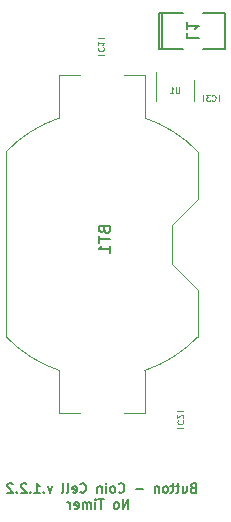
<source format=gbr>
G04 #@! TF.GenerationSoftware,KiCad,Pcbnew,(5.1.9)-1*
G04 #@! TF.CreationDate,2021-03-01T14:21:52+01:00*
G04 #@! TF.ProjectId,button_v1.2.2_Coin_Cell,62757474-6f6e-45f7-9631-2e322e325f43,rev?*
G04 #@! TF.SameCoordinates,Original*
G04 #@! TF.FileFunction,Legend,Bot*
G04 #@! TF.FilePolarity,Positive*
%FSLAX46Y46*%
G04 Gerber Fmt 4.6, Leading zero omitted, Abs format (unit mm)*
G04 Created by KiCad (PCBNEW (5.1.9)-1) date 2021-03-01 14:21:52*
%MOMM*%
%LPD*%
G01*
G04 APERTURE LIST*
%ADD10C,0.150000*%
%ADD11C,0.120000*%
%ADD12C,0.125000*%
G04 APERTURE END LIST*
D10*
X133470000Y-99382857D02*
X133355714Y-99420952D01*
X133317619Y-99459047D01*
X133279523Y-99535238D01*
X133279523Y-99649523D01*
X133317619Y-99725714D01*
X133355714Y-99763809D01*
X133431904Y-99801904D01*
X133736666Y-99801904D01*
X133736666Y-99001904D01*
X133470000Y-99001904D01*
X133393809Y-99040000D01*
X133355714Y-99078095D01*
X133317619Y-99154285D01*
X133317619Y-99230476D01*
X133355714Y-99306666D01*
X133393809Y-99344761D01*
X133470000Y-99382857D01*
X133736666Y-99382857D01*
X132593809Y-99268571D02*
X132593809Y-99801904D01*
X132936666Y-99268571D02*
X132936666Y-99687619D01*
X132898571Y-99763809D01*
X132822380Y-99801904D01*
X132708095Y-99801904D01*
X132631904Y-99763809D01*
X132593809Y-99725714D01*
X132327142Y-99268571D02*
X132022380Y-99268571D01*
X132212857Y-99001904D02*
X132212857Y-99687619D01*
X132174761Y-99763809D01*
X132098571Y-99801904D01*
X132022380Y-99801904D01*
X131870000Y-99268571D02*
X131565238Y-99268571D01*
X131755714Y-99001904D02*
X131755714Y-99687619D01*
X131717619Y-99763809D01*
X131641428Y-99801904D01*
X131565238Y-99801904D01*
X131184285Y-99801904D02*
X131260476Y-99763809D01*
X131298571Y-99725714D01*
X131336666Y-99649523D01*
X131336666Y-99420952D01*
X131298571Y-99344761D01*
X131260476Y-99306666D01*
X131184285Y-99268571D01*
X131070000Y-99268571D01*
X130993809Y-99306666D01*
X130955714Y-99344761D01*
X130917619Y-99420952D01*
X130917619Y-99649523D01*
X130955714Y-99725714D01*
X130993809Y-99763809D01*
X131070000Y-99801904D01*
X131184285Y-99801904D01*
X130574761Y-99268571D02*
X130574761Y-99801904D01*
X130574761Y-99344761D02*
X130536666Y-99306666D01*
X130460476Y-99268571D01*
X130346190Y-99268571D01*
X130270000Y-99306666D01*
X130231904Y-99382857D01*
X130231904Y-99801904D01*
X129241428Y-99497142D02*
X128631904Y-99497142D01*
X127184285Y-99725714D02*
X127222380Y-99763809D01*
X127336666Y-99801904D01*
X127412857Y-99801904D01*
X127527142Y-99763809D01*
X127603333Y-99687619D01*
X127641428Y-99611428D01*
X127679523Y-99459047D01*
X127679523Y-99344761D01*
X127641428Y-99192380D01*
X127603333Y-99116190D01*
X127527142Y-99040000D01*
X127412857Y-99001904D01*
X127336666Y-99001904D01*
X127222380Y-99040000D01*
X127184285Y-99078095D01*
X126727142Y-99801904D02*
X126803333Y-99763809D01*
X126841428Y-99725714D01*
X126879523Y-99649523D01*
X126879523Y-99420952D01*
X126841428Y-99344761D01*
X126803333Y-99306666D01*
X126727142Y-99268571D01*
X126612857Y-99268571D01*
X126536666Y-99306666D01*
X126498571Y-99344761D01*
X126460476Y-99420952D01*
X126460476Y-99649523D01*
X126498571Y-99725714D01*
X126536666Y-99763809D01*
X126612857Y-99801904D01*
X126727142Y-99801904D01*
X126117619Y-99801904D02*
X126117619Y-99268571D01*
X126117619Y-99001904D02*
X126155714Y-99040000D01*
X126117619Y-99078095D01*
X126079523Y-99040000D01*
X126117619Y-99001904D01*
X126117619Y-99078095D01*
X125736666Y-99268571D02*
X125736666Y-99801904D01*
X125736666Y-99344761D02*
X125698571Y-99306666D01*
X125622380Y-99268571D01*
X125508095Y-99268571D01*
X125431904Y-99306666D01*
X125393809Y-99382857D01*
X125393809Y-99801904D01*
X123946190Y-99725714D02*
X123984285Y-99763809D01*
X124098571Y-99801904D01*
X124174761Y-99801904D01*
X124289047Y-99763809D01*
X124365238Y-99687619D01*
X124403333Y-99611428D01*
X124441428Y-99459047D01*
X124441428Y-99344761D01*
X124403333Y-99192380D01*
X124365238Y-99116190D01*
X124289047Y-99040000D01*
X124174761Y-99001904D01*
X124098571Y-99001904D01*
X123984285Y-99040000D01*
X123946190Y-99078095D01*
X123298571Y-99763809D02*
X123374761Y-99801904D01*
X123527142Y-99801904D01*
X123603333Y-99763809D01*
X123641428Y-99687619D01*
X123641428Y-99382857D01*
X123603333Y-99306666D01*
X123527142Y-99268571D01*
X123374761Y-99268571D01*
X123298571Y-99306666D01*
X123260476Y-99382857D01*
X123260476Y-99459047D01*
X123641428Y-99535238D01*
X122803333Y-99801904D02*
X122879523Y-99763809D01*
X122917619Y-99687619D01*
X122917619Y-99001904D01*
X122384285Y-99801904D02*
X122460476Y-99763809D01*
X122498571Y-99687619D01*
X122498571Y-99001904D01*
X121546190Y-99268571D02*
X121355714Y-99801904D01*
X121165238Y-99268571D01*
X120860476Y-99725714D02*
X120822380Y-99763809D01*
X120860476Y-99801904D01*
X120898571Y-99763809D01*
X120860476Y-99725714D01*
X120860476Y-99801904D01*
X120060476Y-99801904D02*
X120517619Y-99801904D01*
X120289047Y-99801904D02*
X120289047Y-99001904D01*
X120365238Y-99116190D01*
X120441428Y-99192380D01*
X120517619Y-99230476D01*
X119717619Y-99725714D02*
X119679523Y-99763809D01*
X119717619Y-99801904D01*
X119755714Y-99763809D01*
X119717619Y-99725714D01*
X119717619Y-99801904D01*
X119374761Y-99078095D02*
X119336666Y-99040000D01*
X119260476Y-99001904D01*
X119070000Y-99001904D01*
X118993809Y-99040000D01*
X118955714Y-99078095D01*
X118917619Y-99154285D01*
X118917619Y-99230476D01*
X118955714Y-99344761D01*
X119412857Y-99801904D01*
X118917619Y-99801904D01*
X118574761Y-99725714D02*
X118536666Y-99763809D01*
X118574761Y-99801904D01*
X118612857Y-99763809D01*
X118574761Y-99725714D01*
X118574761Y-99801904D01*
X118231904Y-99078095D02*
X118193809Y-99040000D01*
X118117619Y-99001904D01*
X117927142Y-99001904D01*
X117850952Y-99040000D01*
X117812857Y-99078095D01*
X117774761Y-99154285D01*
X117774761Y-99230476D01*
X117812857Y-99344761D01*
X118270000Y-99801904D01*
X117774761Y-99801904D01*
X127984285Y-101151904D02*
X127984285Y-100351904D01*
X127527142Y-101151904D01*
X127527142Y-100351904D01*
X127031904Y-101151904D02*
X127108095Y-101113809D01*
X127146190Y-101075714D01*
X127184285Y-100999523D01*
X127184285Y-100770952D01*
X127146190Y-100694761D01*
X127108095Y-100656666D01*
X127031904Y-100618571D01*
X126917619Y-100618571D01*
X126841428Y-100656666D01*
X126803333Y-100694761D01*
X126765238Y-100770952D01*
X126765238Y-100999523D01*
X126803333Y-101075714D01*
X126841428Y-101113809D01*
X126917619Y-101151904D01*
X127031904Y-101151904D01*
X125927142Y-100351904D02*
X125470000Y-100351904D01*
X125698571Y-101151904D02*
X125698571Y-100351904D01*
X125203333Y-101151904D02*
X125203333Y-100618571D01*
X125203333Y-100351904D02*
X125241428Y-100390000D01*
X125203333Y-100428095D01*
X125165238Y-100390000D01*
X125203333Y-100351904D01*
X125203333Y-100428095D01*
X124822380Y-101151904D02*
X124822380Y-100618571D01*
X124822380Y-100694761D02*
X124784285Y-100656666D01*
X124708095Y-100618571D01*
X124593809Y-100618571D01*
X124517619Y-100656666D01*
X124479523Y-100732857D01*
X124479523Y-101151904D01*
X124479523Y-100732857D02*
X124441428Y-100656666D01*
X124365238Y-100618571D01*
X124250952Y-100618571D01*
X124174761Y-100656666D01*
X124136666Y-100732857D01*
X124136666Y-101151904D01*
X123450952Y-101113809D02*
X123527142Y-101151904D01*
X123679523Y-101151904D01*
X123755714Y-101113809D01*
X123793809Y-101037619D01*
X123793809Y-100732857D01*
X123755714Y-100656666D01*
X123679523Y-100618571D01*
X123527142Y-100618571D01*
X123450952Y-100656666D01*
X123412857Y-100732857D01*
X123412857Y-100809047D01*
X123793809Y-100885238D01*
X123070000Y-101151904D02*
X123070000Y-100618571D01*
X123070000Y-100770952D02*
X123031904Y-100694761D01*
X122993809Y-100656666D01*
X122917619Y-100618571D01*
X122841428Y-100618571D01*
D11*
G04 #@! TO.C,C1*
X125408748Y-62720000D02*
X125931252Y-62720000D01*
X125408748Y-61300000D02*
X125931252Y-61300000D01*
G04 #@! TO.C,C3*
X135710000Y-66661252D02*
X135710000Y-66138748D01*
X134290000Y-66661252D02*
X134290000Y-66138748D01*
G04 #@! TO.C,C2*
X132123548Y-94309000D02*
X132646052Y-94309000D01*
X132123548Y-92889000D02*
X132646052Y-92889000D01*
G04 #@! TO.C,U1*
X133540000Y-64820000D02*
X133540000Y-66620000D01*
X130320000Y-66620000D02*
X130320000Y-64170000D01*
G04 #@! TO.C,BT1*
X122170800Y-64454200D02*
X122170800Y-68072200D01*
X123880800Y-64454200D02*
X122170800Y-64454200D01*
X117670800Y-70916900D02*
X117670800Y-86611500D01*
X123880800Y-93074200D02*
X122170800Y-93074200D01*
X122170800Y-89456200D02*
X122170800Y-93074200D01*
X129390800Y-93074200D02*
X129390800Y-89456200D01*
X127680800Y-93074200D02*
X129390800Y-93074200D01*
X133890800Y-86611500D02*
X133890800Y-82624200D01*
X131690800Y-80424200D02*
X133890800Y-82624200D01*
X131690800Y-80424200D02*
X131690800Y-77104200D01*
X131690800Y-77104200D02*
X133890800Y-74904200D01*
X133890800Y-74904200D02*
X133890800Y-70916900D01*
X129390800Y-68072200D02*
X129390800Y-64454200D01*
X127680800Y-64454200D02*
X129390800Y-64454200D01*
X117669011Y-70918830D02*
G75*
G02*
X122170800Y-68072200I8111789J-7845370D01*
G01*
X133892589Y-86609570D02*
G75*
G02*
X129390800Y-89456200I-8111789J7845370D01*
G01*
X117669011Y-86609570D02*
G75*
G03*
X122170800Y-89456200I8111789J7845370D01*
G01*
X133892589Y-70918830D02*
G75*
G03*
X129390800Y-68072200I-8111789J-7845370D01*
G01*
D10*
G04 #@! TO.C,L1*
X130616000Y-62214000D02*
X130616000Y-59166000D01*
X134299000Y-59166000D02*
X136204000Y-59166000D01*
X136204000Y-59166000D02*
X136204000Y-62214000D01*
X136204000Y-62214000D02*
X134299000Y-62214000D01*
X132648000Y-62214000D02*
X130616000Y-62214000D01*
X130816000Y-62214000D02*
X130816000Y-59166000D01*
X130616000Y-59166000D02*
X132648000Y-59166000D01*
G04 #@! TO.C,C1*
D12*
X125491428Y-62093333D02*
X125467619Y-62117142D01*
X125443809Y-62188571D01*
X125443809Y-62236190D01*
X125467619Y-62307619D01*
X125515238Y-62355238D01*
X125562857Y-62379047D01*
X125658095Y-62402857D01*
X125729523Y-62402857D01*
X125824761Y-62379047D01*
X125872380Y-62355238D01*
X125920000Y-62307619D01*
X125943809Y-62236190D01*
X125943809Y-62188571D01*
X125920000Y-62117142D01*
X125896190Y-62093333D01*
X125443809Y-61617142D02*
X125443809Y-61902857D01*
X125443809Y-61760000D02*
X125943809Y-61760000D01*
X125872380Y-61807619D01*
X125824761Y-61855238D01*
X125800952Y-61902857D01*
G04 #@! TO.C,C3*
X135083333Y-66578571D02*
X135107142Y-66602380D01*
X135178571Y-66626190D01*
X135226190Y-66626190D01*
X135297619Y-66602380D01*
X135345238Y-66554761D01*
X135369047Y-66507142D01*
X135392857Y-66411904D01*
X135392857Y-66340476D01*
X135369047Y-66245238D01*
X135345238Y-66197619D01*
X135297619Y-66150000D01*
X135226190Y-66126190D01*
X135178571Y-66126190D01*
X135107142Y-66150000D01*
X135083333Y-66173809D01*
X134916666Y-66126190D02*
X134607142Y-66126190D01*
X134773809Y-66316666D01*
X134702380Y-66316666D01*
X134654761Y-66340476D01*
X134630952Y-66364285D01*
X134607142Y-66411904D01*
X134607142Y-66530952D01*
X134630952Y-66578571D01*
X134654761Y-66602380D01*
X134702380Y-66626190D01*
X134845238Y-66626190D01*
X134892857Y-66602380D01*
X134916666Y-66578571D01*
G04 #@! TO.C,C2*
X132206228Y-93682333D02*
X132182419Y-93706142D01*
X132158609Y-93777571D01*
X132158609Y-93825190D01*
X132182419Y-93896619D01*
X132230038Y-93944238D01*
X132277657Y-93968047D01*
X132372895Y-93991857D01*
X132444323Y-93991857D01*
X132539561Y-93968047D01*
X132587180Y-93944238D01*
X132634800Y-93896619D01*
X132658609Y-93825190D01*
X132658609Y-93777571D01*
X132634800Y-93706142D01*
X132610990Y-93682333D01*
X132610990Y-93491857D02*
X132634800Y-93468047D01*
X132658609Y-93420428D01*
X132658609Y-93301380D01*
X132634800Y-93253761D01*
X132610990Y-93229952D01*
X132563371Y-93206142D01*
X132515752Y-93206142D01*
X132444323Y-93229952D01*
X132158609Y-93515666D01*
X132158609Y-93206142D01*
G04 #@! TO.C,U1*
X132310952Y-65446190D02*
X132310952Y-65850952D01*
X132287142Y-65898571D01*
X132263333Y-65922380D01*
X132215714Y-65946190D01*
X132120476Y-65946190D01*
X132072857Y-65922380D01*
X132049047Y-65898571D01*
X132025238Y-65850952D01*
X132025238Y-65446190D01*
X131525238Y-65946190D02*
X131810952Y-65946190D01*
X131668095Y-65946190D02*
X131668095Y-65446190D01*
X131715714Y-65517619D01*
X131763333Y-65565238D01*
X131810952Y-65589047D01*
G04 #@! TO.C,BT1*
D10*
X125958291Y-77537725D02*
X126005910Y-77680582D01*
X126053529Y-77728201D01*
X126148767Y-77775820D01*
X126291624Y-77775820D01*
X126386862Y-77728201D01*
X126434481Y-77680582D01*
X126482100Y-77585344D01*
X126482100Y-77204392D01*
X125482100Y-77204392D01*
X125482100Y-77537725D01*
X125529720Y-77632963D01*
X125577339Y-77680582D01*
X125672577Y-77728201D01*
X125767815Y-77728201D01*
X125863053Y-77680582D01*
X125910672Y-77632963D01*
X125958291Y-77537725D01*
X125958291Y-77204392D01*
X125482100Y-78061535D02*
X125482100Y-78632963D01*
X126482100Y-78347249D02*
X125482100Y-78347249D01*
X126482100Y-79490106D02*
X126482100Y-78918678D01*
X126482100Y-79204392D02*
X125482100Y-79204392D01*
X125624958Y-79109154D01*
X125720196Y-79013916D01*
X125767815Y-78918678D01*
G04 #@! TO.C,L1*
X132972619Y-60841666D02*
X132972619Y-61317857D01*
X133972619Y-61317857D01*
X132972619Y-59984523D02*
X132972619Y-60555952D01*
X132972619Y-60270238D02*
X133972619Y-60270238D01*
X133829761Y-60365476D01*
X133734523Y-60460714D01*
X133686904Y-60555952D01*
G04 #@! TD*
M02*

</source>
